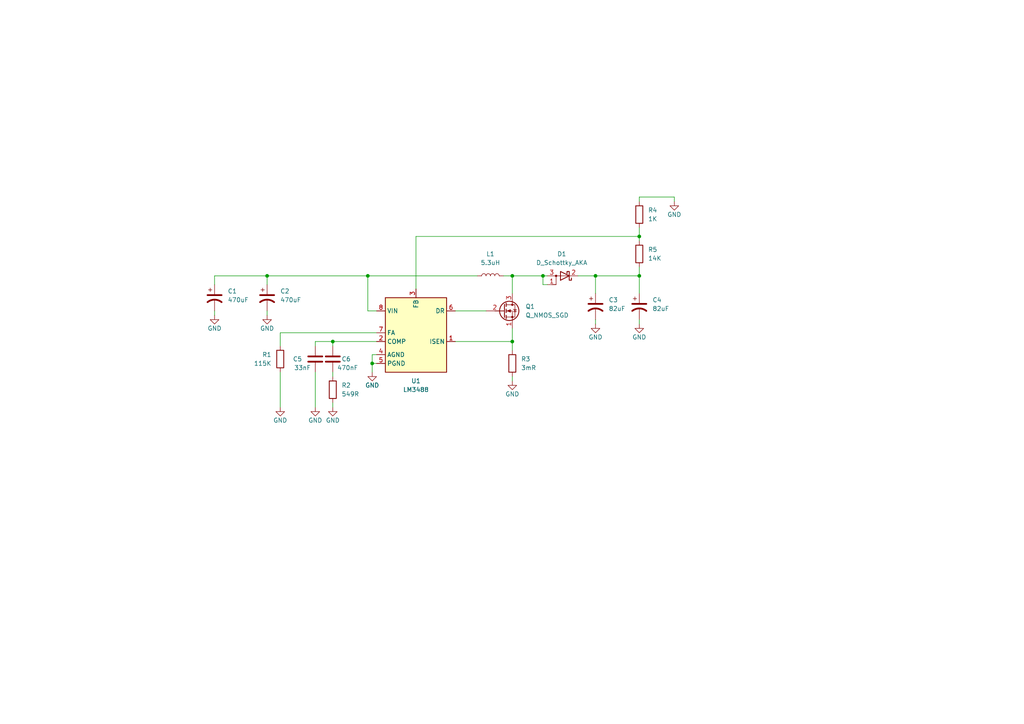
<source format=kicad_sch>
(kicad_sch (version 20211123) (generator eeschema)
  (paper "A4")
  (lib_symbols
    (symbol "Device:C" (pin_numbers hide) (pin_names (offset 0.254))
      (property "Reference" "C" (at 0.635 2.54 0))
      (property "Value" "C" (at 0.635 -2.54 0))
      (symbol "C_0_1"
        (polyline (pts (xy -2.032 -0.762) (xy 2.032 -0.762)) (stroke (width 0.508)))
        (polyline (pts (xy -2.032 0.762) (xy 2.032 0.762)) (stroke (width 0.508)))
      )
      (symbol "C_1_1"
        (pin passive line (at 0 3.81 270) (length 2.794) (name "~") (number "1"))
        (pin passive line (at 0 -3.81 90) (length 2.794) (name "~") (number "2"))
      )
    )
    (symbol "Device:C_Polarized_US" (pin_numbers hide) (pin_names (offset 0.254) hide)
      (property "Reference" "C" (at 0.635 2.54 0))
      (property "Value" "C_Polarized_US" (at 0.635 -2.54 0))
      (symbol "C_Polarized_US_0_1"
        (polyline (pts (xy -2.032 0.762) (xy 2.032 0.762)) (stroke (width 0.508)))
        (polyline (pts (xy -1.778 2.286) (xy -0.762 2.286)))
        (polyline (pts (xy -1.27 1.778) (xy -1.27 2.794)))
        (arc (start 2.032 -1.27) (mid 0 -0.5572) (end -2.032 -1.27) (stroke (width 0.508)))
      )
      (symbol "C_Polarized_US_1_1"
        (pin passive line (at 0 3.81 270) (length 2.794) (name "~") (number "1"))
        (pin passive line (at 0 -3.81 90) (length 3.302) (name "~") (number "2"))
      )
    )
    (symbol "Device:D_Schottky_AKA" (pin_names (offset 0) hide)
      (property "Reference" "D" (at 0 2.54 0))
      (property "Value" "D_Schottky_AKA" (at 0 -2.54 0))
      (symbol "D_Schottky_AKA_0_1"
        (polyline (pts (xy 1.27 1.27) (xy 1.27 -1.27) (xy -1.27 0) (xy 1.27 1.27)) (stroke (width 0.254)))
        (polyline (pts (xy 3.81 2.54) (xy 2.54 2.54) (xy 2.54 0) (xy -1.27 0)))
        (polyline (pts (xy -1.905 0.635) (xy -1.905 1.27) (xy -1.27 1.27) (xy -1.27 -1.27) (xy -0.635 -1.27) (xy -0.635 -0.635)) (stroke (width 0.254)))
        (circle (center 2.54 0) (radius 0.254) (fill (type outline)))
      )
      (symbol "D_Schottky_AKA_1_1"
        (pin input line (at 5.08 2.54 180) (length 2.54) (name "A") (number "1"))
        (pin passive line (at -3.81 0 0) (length 2.54) (name "K") (number "2"))
        (pin passive line (at 5.08 0 180) (length 2.54) (name "A") (number "3"))
      )
    )
    (symbol "Device:L" (pin_numbers hide) (pin_names (offset 1.016) hide)
      (property "Reference" "L" (at -1.27 0 90))
      (property "Value" "L" (at 1.905 0 90))
      (symbol "L_0_1"
        (arc (start 0 -2.54) (mid 0.635 -1.905) (end 0 -1.27))
        (arc (start 0 -1.27) (mid 0.635 -0.635) (end 0 0))
        (arc (start 0 0) (mid 0.635 0.635) (end 0 1.27))
        (arc (start 0 1.27) (mid 0.635 1.905) (end 0 2.54))
      )
      (symbol "L_1_1"
        (pin passive line (at 0 3.81 270) (length 1.27) (name "1") (number "1"))
        (pin passive line (at 0 -3.81 90) (length 1.27) (name "2") (number "2"))
      )
    )
    (symbol "Device:Q_NMOS_SGD" (pin_names (offset 0) hide)
      (property "Reference" "Q" (at 5.08 1.27 0))
      (property "Value" "Q_NMOS_SGD" (at 5.08 -1.27 0))
      (symbol "Q_NMOS_SGD_0_1"
        (polyline (pts (xy 0.254 0) (xy -2.54 0)))
        (polyline (pts (xy 0.254 1.905) (xy 0.254 -1.905)) (stroke (width 0.254)))
        (polyline (pts (xy 0.762 -1.27) (xy 0.762 -2.286)) (stroke (width 0.254)))
        (polyline (pts (xy 0.762 0.508) (xy 0.762 -0.508)) (stroke (width 0.254)))
        (polyline (pts (xy 0.762 2.286) (xy 0.762 1.27)) (stroke (width 0.254)))
        (polyline (pts (xy 2.54 2.54) (xy 2.54 1.778)))
        (polyline (pts (xy 2.54 -2.54) (xy 2.54 0) (xy 0.762 0)))
        (polyline (pts (xy 0.762 -1.778) (xy 3.302 -1.778) (xy 3.302 1.778) (xy 0.762 1.778)))
        (polyline (pts (xy 1.016 0) (xy 2.032 0.381) (xy 2.032 -0.381) (xy 1.016 0)) (fill (type outline)))
        (polyline (pts (xy 2.794 0.508) (xy 2.921 0.381) (xy 3.683 0.381) (xy 3.81 0.254)))
        (polyline (pts (xy 3.302 0.381) (xy 2.921 -0.254) (xy 3.683 -0.254) (xy 3.302 0.381)))
        (circle (center 1.651 0) (radius 2.794) (stroke (width 0.254)))
        (circle (center 2.54 -1.778) (radius 0.254) (fill (type outline)))
        (circle (center 2.54 1.778) (radius 0.254) (fill (type outline)))
      )
      (symbol "Q_NMOS_SGD_1_1"
        (pin passive line (at 2.54 -5.08 90) (length 2.54) (name "S") (number "1"))
        (pin input line (at -5.08 0 0) (length 5.08) (name "G") (number "2"))
        (pin passive line (at 2.54 5.08 270) (length 2.54) (name "D") (number "3"))
      )
    )
    (symbol "Device:R" (pin_numbers hide) (pin_names (offset 0))
      (property "Reference" "R" (at 2.032 0 90))
      (property "Value" "R" (at 0 0 90))
      (symbol "R_0_1"
        (rectangle (start -1.016 -2.54) (end 1.016 2.54) (stroke (width 0.254)))
      )
      (symbol "R_1_1"
        (pin passive line (at 0 3.81 270) (length 1.27) (name "~") (number "1"))
        (pin passive line (at 0 -3.81 90) (length 1.27) (name "~") (number "2"))
      )
    )
    (symbol "power:GND" (power) (pin_names (offset 0))
      (property "Value" "GND" (at 0 -3.81 0))
      (symbol "GND_0_1"
        (polyline (pts (xy 0 0) (xy 0 -1.27) (xy 1.27 -1.27) (xy 0 -2.54) (xy -1.27 -1.27) (xy 0 -1.27)))
      )
      (symbol "GND_1_1"
        (pin power_in line (at 0 0 270) (length 0) hide (name "GND") (number "1"))
      )
    )
    (symbol "symbol:LM3488"
      (property "Reference" "U" (at 8.89 6.35 0))
      (property "Value" "LM3488" (at 11.43 3.81 0))
      (symbol "LM3488_0_1"
        (rectangle (start -3.81 2.54) (end 13.97 -19.05) (stroke (width 0.254)) (fill (type background)))
      )
      (symbol "LM3488_1_1"
        (pin input line (at 16.51 -10.16 180) (length 2.54) (name "ISEN") (number "1"))
        (pin input line (at -6.35 -10.16 0) (length 2.54) (name "COMP") (number "2"))
        (pin input line (at 5.08 5.08 270) (length 2.54) (name "FB") (number "3"))
        (pin power_in line (at -6.35 -13.97 0) (length 2.54) (name "AGND") (number "4"))
        (pin power_in line (at -6.35 -16.51 0) (length 2.54) (name "PGND") (number "5"))
        (pin output line (at 16.51 -1.27 180) (length 2.54) (name "DR") (number "6"))
        (pin input line (at -6.35 -7.62 0) (length 2.54) (name "FA") (number "7"))
        (pin power_in line (at -6.35 -1.27 0) (length 2.54) (name "VIN") (number "8"))
      )
    )
  )
  (junction (at 106.68 80.01))
  (junction (at 77.47 80.01))
  (junction (at 185.42 68.58))
  (junction (at 96.52 99.06))
  (junction (at 148.59 99.06))
  (junction (at 185.42 80.01))
  (junction (at 148.59 80.01))
  (junction (at 172.72 80.01))
  (junction (at 157.48 80.01))
  (junction (at 107.95 105.41))
  (wire (pts (xy 62.23 80.01) (xy 77.47 80.01)))
  (wire (pts (xy 157.48 82.55) (xy 157.48 80.01)))
  (wire (pts (xy 185.42 68.58) (xy 120.65 68.58)))
  (wire (pts (xy 81.28 100.33) (xy 81.28 96.52)))
  (wire (pts (xy 109.22 90.17) (xy 106.68 90.17)))
  (wire (pts (xy 120.65 68.58) (xy 120.65 83.82)))
  (wire (pts (xy 132.08 99.06) (xy 148.59 99.06)))
  (wire (pts (xy 172.72 80.01) (xy 172.72 85.09)))
  (wire (pts (xy 185.42 57.15) (xy 195.58 57.15)))
  (wire (pts (xy 185.42 66.04) (xy 185.42 68.58)))
  (wire (pts (xy 96.52 116.84) (xy 96.52 118.11)))
  (wire (pts (xy 172.72 92.71) (xy 172.72 93.98)))
  (wire (pts (xy 157.48 80.01) (xy 158.75 80.01)))
  (wire (pts (xy 96.52 99.06) (xy 96.52 100.33)))
  (wire (pts (xy 195.58 57.15) (xy 195.58 58.42)))
  (wire (pts (xy 167.64 80.01) (xy 172.72 80.01)))
  (wire (pts (xy 106.68 80.01) (xy 138.43 80.01)))
  (wire (pts (xy 148.59 80.01) (xy 148.59 85.09)))
  (wire (pts (xy 96.52 107.95) (xy 96.52 109.22)))
  (wire (pts (xy 62.23 90.17) (xy 62.23 91.44)))
  (wire (pts (xy 146.05 80.01) (xy 148.59 80.01)))
  (wire (pts (xy 148.59 95.25) (xy 148.59 99.06)))
  (wire (pts (xy 132.08 90.17) (xy 140.97 90.17)))
  (wire (pts (xy 185.42 85.09) (xy 185.42 80.01)))
  (wire (pts (xy 77.47 90.17) (xy 77.47 91.44)))
  (wire (pts (xy 107.95 102.87) (xy 107.95 105.41)))
  (wire (pts (xy 107.95 105.41) (xy 109.22 105.41)))
  (wire (pts (xy 96.52 99.06) (xy 109.22 99.06)))
  (wire (pts (xy 185.42 77.47) (xy 185.42 80.01)))
  (wire (pts (xy 109.22 102.87) (xy 107.95 102.87)))
  (wire (pts (xy 81.28 96.52) (xy 109.22 96.52)))
  (wire (pts (xy 77.47 82.55) (xy 77.47 80.01)))
  (wire (pts (xy 148.59 99.06) (xy 148.59 101.6)))
  (wire (pts (xy 81.28 107.95) (xy 81.28 118.11)))
  (wire (pts (xy 77.47 80.01) (xy 106.68 80.01)))
  (wire (pts (xy 185.42 58.42) (xy 185.42 57.15)))
  (wire (pts (xy 148.59 80.01) (xy 157.48 80.01)))
  (wire (pts (xy 62.23 82.55) (xy 62.23 80.01)))
  (wire (pts (xy 91.44 107.95) (xy 91.44 118.11)))
  (wire (pts (xy 185.42 92.71) (xy 185.42 93.98)))
  (wire (pts (xy 91.44 100.33) (xy 91.44 99.06)))
  (wire (pts (xy 185.42 68.58) (xy 185.42 69.85)))
  (wire (pts (xy 158.75 82.55) (xy 157.48 82.55)))
  (wire (pts (xy 148.59 109.22) (xy 148.59 110.49)))
  (wire (pts (xy 107.95 105.41) (xy 107.95 107.95)))
  (wire (pts (xy 106.68 90.17) (xy 106.68 80.01)))
  (wire (pts (xy 91.44 99.06) (xy 96.52 99.06)))
  (wire (pts (xy 172.72 80.01) (xy 185.42 80.01)))
  (symbol (lib_id "Device:Q_NMOS_SGD") (at 146.05 90.17 0) (unit 1)
    (property "Reference" "Q1" (at 152.4 88.8999 0) (effects (justify left)))
    (property "Value" "Q_NMOS_SGD" (at 152.4 91.4399 0) (effects (justify left)))
    (property "Footprint" "Package_SON:VSONP-8-1EP_5x6_P1.27mm" (effects hide))
  )
  (symbol (lib_id "power:GND") (at 195.58 58.42 0) (unit 1)
    (property "Reference" "#PWR0106" (effects hide))
    (property "Value" "GND" (at 195.58 62.23 0))
  )
  (symbol (lib_id "power:GND") (at 107.95 107.95 0) (unit 1)
    (property "Reference" "#PWR0108" (effects hide))
    (property "Value" "GND" (at 107.95 111.76 0))
  )
  (symbol (lib_id "power:GND") (at 185.42 93.98 0) (unit 1)
    (property "Reference" "#PWR0102" (effects hide))
    (property "Value" "GND" (at 185.42 97.79 0))
  )
  (symbol (lib_id "symbol:LM3488") (at 115.57 88.9 0) (unit 1)
    (property "Reference" "U1" (at 120.65 110.49 0))
    (property "Value" "LM3488" (at 120.65 113.03 0))
    (property "Footprint" "Package_SO:VSSOP-8_3.0x3.0mm_P0.65mm" (effects hide))
  )
  (symbol (lib_id "power:GND") (at 96.52 118.11 0) (unit 1)
    (property "Reference" "#PWR0107" (effects hide))
    (property "Value" "GND" (at 96.52 121.92 0))
  )
  (symbol (lib_id "Device:C") (at 96.52 104.14 180) (unit 1)
    (property "Reference" "C6" (at 99.06 104.14 0) (effects (justify right)))
    (property "Value" "470nF" (at 97.79 106.68 0) (effects (justify right)))
    (property "Footprint" "Capacitor_SMD:C_0805_2012Metric" (effects hide))
  )
  (symbol (lib_id "Device:R") (at 185.42 73.66 0) (unit 1)
    (property "Reference" "R5" (at 187.96 72.3899 0) (effects (justify left)))
    (property "Value" "14K" (at 187.96 74.9299 0) (effects (justify left)))
    (property "Footprint" "Resistor_SMD:R_0805_2012Metric" (effects hide))
  )
  (symbol (lib_id "Device:C_Polarized_US") (at 62.23 86.36 0) (unit 1)
    (property "Reference" "C1" (at 66.04 84.4549 0) (effects (justify left)))
    (property "Value" "470uF" (at 66.04 86.9949 0) (effects (justify left)))
    (property "Footprint" "Capacitor_SMD:CP_Elec_8x10.5" (effects hide))
  )
  (symbol (lib_id "power:GND") (at 172.72 93.98 0) (unit 1)
    (property "Reference" "#PWR0101" (effects hide))
    (property "Value" "GND" (at 172.72 97.79 0))
  )
  (symbol (lib_id "power:GND") (at 148.59 110.49 0) (unit 1)
    (property "Reference" "#PWR0105" (effects hide))
    (property "Value" "GND" (at 148.59 114.3 0))
  )
  (symbol (lib_id "Device:C_Polarized_US") (at 77.47 86.36 0) (unit 1)
    (property "Reference" "C2" (at 81.28 84.4549 0) (effects (justify left)))
    (property "Value" "470uF" (at 81.28 86.9949 0) (effects (justify left)))
    (property "Footprint" "Capacitor_SMD:CP_Elec_8x10.5" (effects hide))
  )
  (symbol (lib_id "Device:L") (at 142.24 80.01 90) (unit 1)
    (property "Reference" "L1" (at 142.24 73.66 90))
    (property "Value" "5.3uH" (at 142.24 76.2 90))
    (property "Footprint" "Library:XAL1580" (effects hide))
  )
  (symbol (lib_id "Device:C_Polarized_US") (at 172.72 88.9 0) (unit 1)
    (property "Reference" "C3" (at 176.53 86.9949 0) (effects (justify left)))
    (property "Value" "82uF" (at 176.53 89.5349 0) (effects (justify left)))
    (property "Footprint" "Capacitor_SMD:CP_Elec_8x11.9" (effects hide))
  )
  (symbol (lib_id "Device:R") (at 96.52 113.03 0) (unit 1)
    (property "Reference" "R2" (at 99.06 111.7599 0) (effects (justify left)))
    (property "Value" "549R" (at 99.06 114.2999 0) (effects (justify left)))
    (property "Footprint" "Resistor_SMD:R_0805_2012Metric" (effects hide))
  )
  (symbol (lib_id "Device:R") (at 185.42 62.23 0) (unit 1)
    (property "Reference" "R4" (at 187.96 60.9599 0) (effects (justify left)))
    (property "Value" "1K" (at 187.96 63.4999 0) (effects (justify left)))
    (property "Footprint" "Resistor_SMD:R_0805_2012Metric" (effects hide))
  )
  (symbol (lib_id "power:GND") (at 91.44 118.11 0) (unit 1)
    (property "Reference" "#PWR0109" (effects hide))
    (property "Value" "GND" (at 91.44 121.92 0))
  )
  (symbol (lib_id "Device:C") (at 91.44 104.14 0) (mirror x) (unit 1)
    (property "Reference" "C5" (at 87.63 104.14 0) (effects (justify right)))
    (property "Value" "33nF" (at 90.17 106.68 0) (effects (justify right)))
    (property "Footprint" "Capacitor_SMD:C_0805_2012Metric" (effects hide))
  )
  (symbol (lib_id "power:GND") (at 77.47 91.44 0) (unit 1)
    (property "Reference" "#PWR0103" (effects hide))
    (property "Value" "GND" (at 77.47 95.25 0))
  )
  (symbol (lib_id "Device:D_Schottky_AKA") (at 163.83 80.01 180) (unit 1)
    (property "Reference" "D1" (at 162.941 73.66 0))
    (property "Value" "D_Schottky_AKA" (at 162.941 76.2 0))
    (property "Footprint" "Package_TO_SOT_SMD:TO-263-2" (effects hide))
  )
  (symbol (lib_id "Device:R") (at 81.28 104.14 0) (mirror x) (unit 1)
    (property "Reference" "R1" (at 78.74 102.8699 0) (effects (justify right)))
    (property "Value" "115K" (at 78.74 105.4099 0) (effects (justify right)))
    (property "Footprint" "Resistor_SMD:R_0805_2012Metric" (effects hide))
  )
  (symbol (lib_id "Device:R") (at 148.59 105.41 0) (unit 1)
    (property "Reference" "R3" (at 151.13 104.1399 0) (effects (justify left)))
    (property "Value" "3mR" (at 151.13 106.6799 0) (effects (justify left)))
    (property "Footprint" "Resistor_SMD:R_0612_1632Metric" (effects hide))
  )
  (symbol (lib_id "power:GND") (at 81.28 118.11 0) (unit 1)
    (property "Reference" "#PWR0110" (effects hide))
    (property "Value" "GND" (at 81.28 121.92 0))
  )
  (symbol (lib_id "Device:C_Polarized_US") (at 185.42 88.9 0) (unit 1)
    (property "Reference" "C4" (at 189.23 86.9949 0) (effects (justify left)))
    (property "Value" "82uF" (at 189.23 89.5349 0) (effects (justify left)))
    (property "Footprint" "Capacitor_SMD:CP_Elec_8x11.9" (effects hide))
  )
  (symbol (lib_id "power:GND") (at 62.23 91.44 0) (unit 1)
    (property "Reference" "#PWR0104" (effects hide))
    (property "Value" "GND" (at 62.23 95.25 0))
  )
)
</source>
